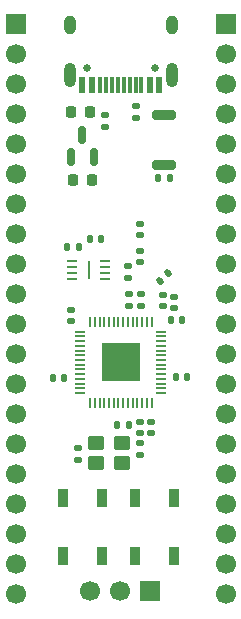
<source format=gbr>
%TF.GenerationSoftware,KiCad,Pcbnew,9.0.6*%
%TF.CreationDate,2025-12-14T11:18:03-08:00*%
%TF.ProjectId,devboard,64657662-6f61-4726-942e-6b696361645f,rev?*%
%TF.SameCoordinates,Original*%
%TF.FileFunction,Soldermask,Top*%
%TF.FilePolarity,Negative*%
%FSLAX46Y46*%
G04 Gerber Fmt 4.6, Leading zero omitted, Abs format (unit mm)*
G04 Created by KiCad (PCBNEW 9.0.6) date 2025-12-14 11:18:03*
%MOMM*%
%LPD*%
G01*
G04 APERTURE LIST*
G04 Aperture macros list*
%AMRoundRect*
0 Rectangle with rounded corners*
0 $1 Rounding radius*
0 $2 $3 $4 $5 $6 $7 $8 $9 X,Y pos of 4 corners*
0 Add a 4 corners polygon primitive as box body*
4,1,4,$2,$3,$4,$5,$6,$7,$8,$9,$2,$3,0*
0 Add four circle primitives for the rounded corners*
1,1,$1+$1,$2,$3*
1,1,$1+$1,$4,$5*
1,1,$1+$1,$6,$7*
1,1,$1+$1,$8,$9*
0 Add four rect primitives between the rounded corners*
20,1,$1+$1,$2,$3,$4,$5,0*
20,1,$1+$1,$4,$5,$6,$7,0*
20,1,$1+$1,$6,$7,$8,$9,0*
20,1,$1+$1,$8,$9,$2,$3,0*%
G04 Aperture macros list end*
%ADD10RoundRect,0.090000X-0.360000X0.660000X-0.360000X-0.660000X0.360000X-0.660000X0.360000X0.660000X0*%
%ADD11RoundRect,0.090000X0.360000X-0.660000X0.360000X0.660000X-0.360000X0.660000X-0.360000X-0.660000X0*%
%ADD12RoundRect,0.050000X-0.387500X-0.050000X0.387500X-0.050000X0.387500X0.050000X-0.387500X0.050000X0*%
%ADD13RoundRect,0.050000X-0.050000X-0.387500X0.050000X-0.387500X0.050000X0.387500X-0.050000X0.387500X0*%
%ADD14R,3.200000X3.200000*%
%ADD15RoundRect,0.140000X0.021213X-0.219203X0.219203X-0.021213X-0.021213X0.219203X-0.219203X0.021213X0*%
%ADD16RoundRect,0.135000X0.135000X0.185000X-0.135000X0.185000X-0.135000X-0.185000X0.135000X-0.185000X0*%
%ADD17RoundRect,0.140000X0.170000X-0.140000X0.170000X0.140000X-0.170000X0.140000X-0.170000X-0.140000X0*%
%ADD18RoundRect,0.150000X0.150000X-0.587500X0.150000X0.587500X-0.150000X0.587500X-0.150000X-0.587500X0*%
%ADD19RoundRect,0.140000X-0.170000X0.140000X-0.170000X-0.140000X0.170000X-0.140000X0.170000X0.140000X0*%
%ADD20RoundRect,0.135000X-0.185000X0.135000X-0.185000X-0.135000X0.185000X-0.135000X0.185000X0.135000X0*%
%ADD21RoundRect,0.250000X-0.450000X-0.350000X0.450000X-0.350000X0.450000X0.350000X-0.450000X0.350000X0*%
%ADD22RoundRect,0.062500X-0.387500X-0.062500X0.387500X-0.062500X0.387500X0.062500X-0.387500X0.062500X0*%
%ADD23R,0.200000X1.600000*%
%ADD24RoundRect,0.200000X-0.800000X0.200000X-0.800000X-0.200000X0.800000X-0.200000X0.800000X0.200000X0*%
%ADD25RoundRect,0.140000X-0.140000X-0.170000X0.140000X-0.170000X0.140000X0.170000X-0.140000X0.170000X0*%
%ADD26RoundRect,0.140000X0.140000X0.170000X-0.140000X0.170000X-0.140000X-0.170000X0.140000X-0.170000X0*%
%ADD27C,0.650000*%
%ADD28R,0.600000X1.450000*%
%ADD29R,0.300000X1.450000*%
%ADD30O,1.000000X2.100000*%
%ADD31O,1.000000X1.600000*%
%ADD32RoundRect,0.225000X0.225000X0.250000X-0.225000X0.250000X-0.225000X-0.250000X0.225000X-0.250000X0*%
%ADD33R,1.700000X1.700000*%
%ADD34C,1.700000*%
G04 APERTURE END LIST*
D10*
%TO.C,D2*%
X80610000Y-97040000D03*
X77310000Y-97040000D03*
X77310000Y-101940000D03*
X80610000Y-101940000D03*
%TD*%
D11*
%TO.C,D1*%
X83340000Y-101900000D03*
X86640000Y-101900000D03*
X86640000Y-97000000D03*
X83340000Y-97000000D03*
%TD*%
D12*
%TO.C,U1*%
X78732500Y-82920000D03*
X78732500Y-83320000D03*
X78732500Y-83720000D03*
X78732500Y-84120000D03*
X78732500Y-84520000D03*
X78732500Y-84920000D03*
X78732500Y-85320000D03*
X78732500Y-85720000D03*
X78732500Y-86120000D03*
X78732500Y-86520000D03*
X78732500Y-86920000D03*
X78732500Y-87320000D03*
X78732500Y-87720000D03*
X78732500Y-88120000D03*
D13*
X79570000Y-88957500D03*
X79970000Y-88957500D03*
X80370000Y-88957500D03*
X80770000Y-88957500D03*
X81170000Y-88957500D03*
X81570000Y-88957500D03*
X81970000Y-88957500D03*
X82370000Y-88957500D03*
X82770000Y-88957500D03*
X83170000Y-88957500D03*
X83570000Y-88957500D03*
X83970000Y-88957500D03*
X84370000Y-88957500D03*
X84770000Y-88957500D03*
D12*
X85607500Y-88120000D03*
X85607500Y-87720000D03*
X85607500Y-87320000D03*
X85607500Y-86920000D03*
X85607500Y-86520000D03*
X85607500Y-86120000D03*
X85607500Y-85720000D03*
X85607500Y-85320000D03*
X85607500Y-84920000D03*
X85607500Y-84520000D03*
X85607500Y-84120000D03*
X85607500Y-83720000D03*
X85607500Y-83320000D03*
X85607500Y-82920000D03*
D13*
X84770000Y-82082500D03*
X84370000Y-82082500D03*
X83970000Y-82082500D03*
X83570000Y-82082500D03*
X83170000Y-82082500D03*
X82770000Y-82082500D03*
X82370000Y-82082500D03*
X81970000Y-82082500D03*
X81570000Y-82082500D03*
X81170000Y-82082500D03*
X80770000Y-82082500D03*
X80370000Y-82082500D03*
X79970000Y-82082500D03*
X79570000Y-82082500D03*
D14*
X82170000Y-85520000D03*
%TD*%
D15*
%TO.C,C10*%
X85510000Y-78660000D03*
X86188822Y-77981178D03*
%TD*%
D16*
%TO.C,R5*%
X82840000Y-90860000D03*
X81820000Y-90860000D03*
%TD*%
D17*
%TO.C,C4*%
X86680000Y-80940000D03*
X86680000Y-79980000D03*
%TD*%
D18*
%TO.C,U2*%
X77960000Y-68145000D03*
X79860000Y-68145000D03*
X78910000Y-66270000D03*
%TD*%
D19*
%TO.C,C11*%
X84740000Y-90550000D03*
X84740000Y-91510000D03*
%TD*%
D20*
%TO.C,R2*%
X80810000Y-64540000D03*
X80810000Y-65560000D03*
%TD*%
D21*
%TO.C,Y1*%
X82290000Y-94080000D03*
X80090000Y-94080000D03*
X80090000Y-92380000D03*
X82290000Y-92380000D03*
%TD*%
D22*
%TO.C,U3*%
X78015000Y-76937500D03*
X78015000Y-77437500D03*
X78015000Y-77937500D03*
X78015000Y-78437500D03*
X80865000Y-78437500D03*
X80865000Y-77937500D03*
X80865000Y-77437500D03*
X80865000Y-76937500D03*
D23*
X79440000Y-77687500D03*
%TD*%
D24*
%TO.C,SW1*%
X85830000Y-64600000D03*
X85830000Y-68800000D03*
%TD*%
D20*
%TO.C,R4*%
X83840000Y-79700000D03*
X83840000Y-80720000D03*
%TD*%
D25*
%TO.C,C8*%
X86390000Y-81910000D03*
X87350000Y-81910000D03*
%TD*%
D26*
%TO.C,C1*%
X80520000Y-75070000D03*
X79560000Y-75070000D03*
%TD*%
D17*
%TO.C,C3*%
X85720000Y-80740000D03*
X85720000Y-79780000D03*
%TD*%
%TO.C,C16*%
X83790000Y-93350000D03*
X83790000Y-92390000D03*
%TD*%
D19*
%TO.C,C15*%
X78540000Y-92790000D03*
X78540000Y-93750000D03*
%TD*%
D20*
%TO.C,R3*%
X82870000Y-79710000D03*
X82870000Y-80730000D03*
%TD*%
D19*
%TO.C,C9*%
X83780000Y-90560000D03*
X83780000Y-91520000D03*
%TD*%
D20*
%TO.C,R1*%
X83450000Y-63780000D03*
X83450000Y-64800000D03*
%TD*%
D27*
%TO.C,J1*%
X85060000Y-60620000D03*
X79280000Y-60620000D03*
D28*
X85420000Y-62065000D03*
X84620000Y-62065000D03*
D29*
X83420000Y-62065000D03*
X82420000Y-62065000D03*
X81920000Y-62065000D03*
X80920000Y-62065000D03*
D28*
X79720000Y-62065000D03*
X78920000Y-62065000D03*
X78920000Y-62065000D03*
X79720000Y-62065000D03*
D29*
X80420000Y-62065000D03*
X81420000Y-62065000D03*
X82920000Y-62065000D03*
X83920000Y-62065000D03*
D28*
X84620000Y-62065000D03*
X85420000Y-62065000D03*
D30*
X86490000Y-61150000D03*
D31*
X86490000Y-56970000D03*
D30*
X77850000Y-61150000D03*
D31*
X77850000Y-56970000D03*
%TD*%
D16*
%TO.C,R6*%
X78600000Y-75740000D03*
X77580000Y-75740000D03*
%TD*%
D17*
%TO.C,C7*%
X83800000Y-74770000D03*
X83800000Y-73810000D03*
%TD*%
D16*
%TO.C,R7*%
X86300000Y-69930000D03*
X85280000Y-69930000D03*
%TD*%
D26*
%TO.C,C5*%
X77390000Y-86810000D03*
X76430000Y-86810000D03*
%TD*%
D25*
%TO.C,C6*%
X86830000Y-86750000D03*
X87790000Y-86750000D03*
%TD*%
D17*
%TO.C,C17*%
X83780000Y-77030000D03*
X83780000Y-76070000D03*
%TD*%
%TO.C,C2*%
X77930000Y-82060000D03*
X77930000Y-81100000D03*
%TD*%
D32*
%TO.C,C14*%
X79690000Y-70090000D03*
X78140000Y-70090000D03*
%TD*%
D33*
%TO.C,J4*%
X84660000Y-104900000D03*
D34*
X82120000Y-104900000D03*
X79580000Y-104900000D03*
%TD*%
D33*
%TO.C,J2*%
X91060000Y-56890000D03*
D34*
X91060000Y-59430000D03*
X91060000Y-61970000D03*
X91060000Y-64510000D03*
X91060000Y-67050000D03*
X91060000Y-69590000D03*
X91060000Y-72130000D03*
X91060000Y-74670000D03*
X91060000Y-77210000D03*
X91060000Y-79750000D03*
X91060000Y-82290000D03*
X91060000Y-84830000D03*
X91060000Y-87370000D03*
X91060000Y-89910000D03*
X91060000Y-92450000D03*
X91060000Y-94990000D03*
X91060000Y-97530000D03*
X91060000Y-100070000D03*
X91060000Y-102610000D03*
X91060000Y-105150000D03*
%TD*%
D33*
%TO.C,J3*%
X73280000Y-56890000D03*
D34*
X73280000Y-59430000D03*
X73280000Y-61970000D03*
X73280000Y-64510000D03*
X73280000Y-67050000D03*
X73280000Y-69590000D03*
X73280000Y-72130000D03*
X73280000Y-74670000D03*
X73280000Y-77210000D03*
X73280000Y-79750000D03*
X73280000Y-82290000D03*
X73280000Y-84830000D03*
X73280000Y-87370000D03*
X73280000Y-89910000D03*
X73280000Y-92450000D03*
X73280000Y-94990000D03*
X73280000Y-97530000D03*
X73280000Y-100070000D03*
X73280000Y-102610000D03*
X73280000Y-105150000D03*
%TD*%
D17*
%TO.C,C12*%
X82820000Y-78360000D03*
X82820000Y-77400000D03*
%TD*%
D32*
%TO.C,C13*%
X79525000Y-64360000D03*
X77975000Y-64360000D03*
%TD*%
M02*

</source>
